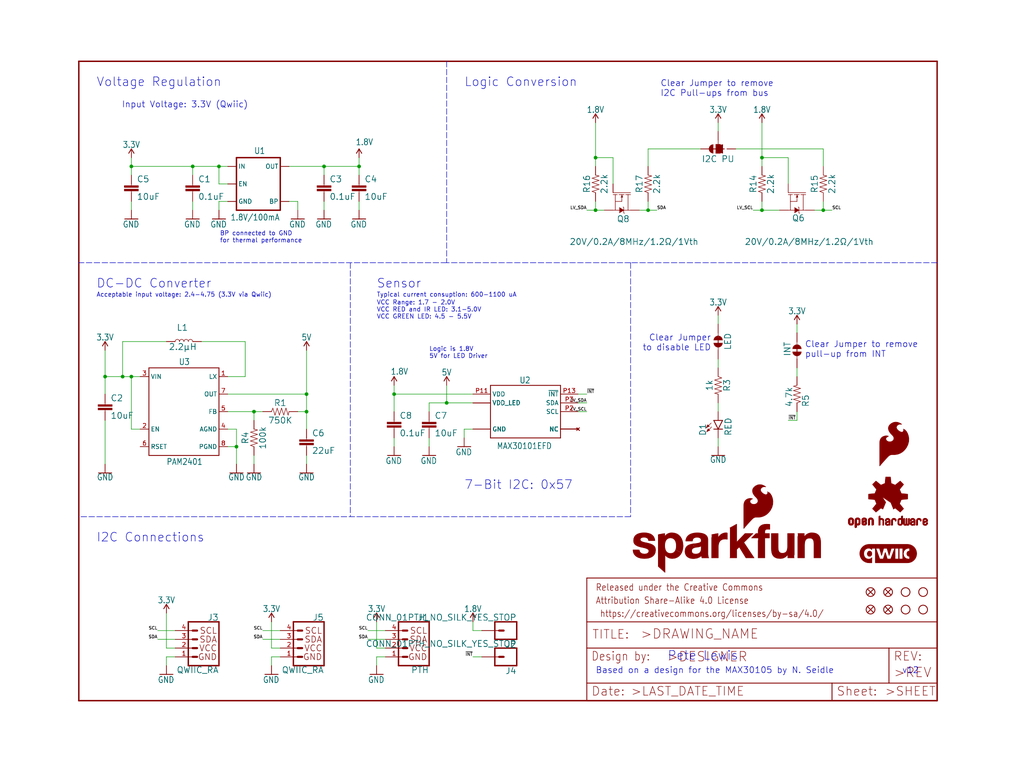
<source format=kicad_sch>
(kicad_sch (version 20211123) (generator eeschema)
  (paper "User" 297.002 223.926)
  (lib_symbols
    (symbol "eagleSchem-eagle-import:0.1UF-0402-16V-10%"
      (property "Reference" "C" (at 1.524 2.921 0))
      (property "Value" "0.1UF-0402-16V-10%" (at 1.524 -2.159 0))
      (symbol "0.1UF-0402-16V-10%_1_0"
        (pin passive line (at 0 5.08 270) (length 2.54) (name "1") (number "1"))
        (pin passive line (at 0 -2.54 90) (length 2.54) (name "2") (number "2"))
      )
    )
    (symbol "eagleSchem-eagle-import:1.8V" (power)
      (property "Value" "1.8V" (at 0 2.794 0))
      (symbol "1.8V_1_0"
        (pin power_in line (at 0 0 90) (length 2.54) (name "1.8V") (number "1"))
      )
    )
    (symbol "eagleSchem-eagle-import:100KOHM-0603-1{slash}10W-1%"
      (property "Reference" "R" (at 0 1.524 0))
      (property "Value" "100KOHM-0603-1{slash}10W-1%" (at 0 -1.524 0))
      (symbol "100KOHM-0603-1{slash}10W-1%_1_0"
        (pin passive line (at -5.08 0 0) (length 2.54) (name "1") (number "1"))
        (pin passive line (at 5.08 0 180) (length 2.54) (name "2") (number "2"))
      )
    )
    (symbol "eagleSchem-eagle-import:10UF-0603-6.3V-20%"
      (property "Reference" "C" (at 1.524 2.921 0))
      (property "Value" "10UF-0603-6.3V-20%" (at 1.524 -2.159 0))
      (symbol "10UF-0603-6.3V-20%_1_0"
        (pin passive line (at 0 5.08 270) (length 2.54) (name "1") (number "1"))
        (pin passive line (at 0 -2.54 90) (length 2.54) (name "2") (number "2"))
      )
    )
    (symbol "eagleSchem-eagle-import:1KOHM-0603-1{slash}10W-1%"
      (property "Reference" "R" (at 0 1.524 0))
      (property "Value" "1KOHM-0603-1{slash}10W-1%" (at 0 -1.524 0))
      (symbol "1KOHM-0603-1{slash}10W-1%_1_0"
        (pin passive line (at -5.08 0 0) (length 2.54) (name "1") (number "1"))
        (pin passive line (at 5.08 0 180) (length 2.54) (name "2") (number "2"))
      )
    )
    (symbol "eagleSchem-eagle-import:2.2KOHM-0603-1{slash}10W-1%"
      (property "Reference" "R" (at 0 1.524 0))
      (property "Value" "2.2KOHM-0603-1{slash}10W-1%" (at 0 -1.524 0))
      (symbol "2.2KOHM-0603-1{slash}10W-1%_1_0"
        (pin passive line (at -5.08 0 0) (length 2.54) (name "1") (number "1"))
        (pin passive line (at 5.08 0 180) (length 2.54) (name "2") (number "2"))
      )
    )
    (symbol "eagleSchem-eagle-import:2.2μH_SHIELDED_INDUCTOR"
      (property "Reference" "L" (at 1.27 2.54 0))
      (property "Value" "2.2μH_SHIELDED_INDUCTOR" (at 1.27 -2.54 0))
      (symbol "2.2μH_SHIELDED_INDUCTOR_1_0"
        (pin passive line (at 0 5.08 270) (length 2.54) (name "1") (number "1"))
        (pin passive line (at 0 -5.08 90) (length 2.54) (name "2") (number "2"))
      )
    )
    (symbol "eagleSchem-eagle-import:22UF-0805-6.3V-20%"
      (property "Reference" "C" (at 1.524 2.921 0))
      (property "Value" "22UF-0805-6.3V-20%" (at 1.524 -2.159 0))
      (symbol "22UF-0805-6.3V-20%_1_0"
        (pin passive line (at 0 5.08 270) (length 2.54) (name "1") (number "1"))
        (pin passive line (at 0 -2.54 90) (length 2.54) (name "2") (number "2"))
      )
    )
    (symbol "eagleSchem-eagle-import:3.3V" (power)
      (property "Value" "3.3V" (at 0 2.794 0))
      (symbol "3.3V_1_0"
        (pin power_in line (at 0 0 90) (length 2.54) (name "3.3V") (number "1"))
      )
    )
    (symbol "eagleSchem-eagle-import:4.7KOHM-0603-1{slash}10W-1%"
      (property "Reference" "R" (at 0 1.524 0))
      (property "Value" "4.7KOHM-0603-1{slash}10W-1%" (at 0 -1.524 0))
      (symbol "4.7KOHM-0603-1{slash}10W-1%_1_0"
        (pin passive line (at -5.08 0 0) (length 2.54) (name "1") (number "1"))
        (pin passive line (at 5.08 0 180) (length 2.54) (name "2") (number "2"))
      )
    )
    (symbol "eagleSchem-eagle-import:5V" (power)
      (property "Value" "5V" (at 0 2.794 0))
      (symbol "5V_1_0"
        (pin power_in line (at 0 0 90) (length 2.54) (name "5V") (number "1"))
      )
    )
    (symbol "eagleSchem-eagle-import:750KOHM-0603-1{slash}10W-1%"
      (property "Reference" "R" (at 0 1.524 0))
      (property "Value" "750KOHM-0603-1{slash}10W-1%" (at 0 -1.524 0))
      (symbol "750KOHM-0603-1{slash}10W-1%_1_0"
        (pin passive line (at -5.08 0 0) (length 2.54) (name "1") (number "1"))
        (pin passive line (at 5.08 0 180) (length 2.54) (name "2") (number "2"))
      )
    )
    (symbol "eagleSchem-eagle-import:CONN_01PTH_NO_SILK_YES_STOP"
      (property "Reference" "J" (at -2.54 3.048 0))
      (property "Value" "CONN_01PTH_NO_SILK_YES_STOP" (at -2.54 -4.826 0))
      (symbol "CONN_01PTH_NO_SILK_YES_STOP_1_0"
        (pin passive line (at 7.62 0 180) (length 5.08) (name "1") (number "1"))
      )
    )
    (symbol "eagleSchem-eagle-import:FIDUCIAL1X2")
    (symbol "eagleSchem-eagle-import:FRAME-LETTER"
      (symbol "FRAME-LETTER_2_0"
        (text " https://creativecommons.org/licenses/by-sa/4.0/" (at 2.54 24.13 0) (effects (font (size 1.9304 1.6408)) (justify left bottom)))
        (text ">DESIGNER" (at 23.114 11.176 0) (effects (font (size 2.7432 2.7432)) (justify left bottom)))
        (text ">DRAWING_NAME" (at 15.494 17.78 0) (effects (font (size 2.7432 2.7432)) (justify left bottom)))
        (text ">LAST_DATE_TIME" (at 12.7 1.27 0) (effects (font (size 2.54 2.54)) (justify left bottom)))
        (text ">REV" (at 88.9 6.604 0) (effects (font (size 2.7432 2.7432)) (justify left bottom)))
        (text ">SHEET" (at 86.36 1.27 0) (effects (font (size 2.54 2.54)) (justify left bottom)))
        (text "Attribution Share-Alike 4.0 License" (at 2.54 27.94 0) (effects (font (size 1.9304 1.6408)) (justify left bottom)))
        (text "Date:" (at 1.27 1.27 0) (effects (font (size 2.54 2.54)) (justify left bottom)))
        (text "Design by:" (at 1.27 11.43 0) (effects (font (size 2.54 2.159)) (justify left bottom)))
        (text "Released under the Creative Commons" (at 2.54 31.75 0) (effects (font (size 1.9304 1.6408)) (justify left bottom)))
        (text "REV:" (at 88.9 11.43 0) (effects (font (size 2.54 2.54)) (justify left bottom)))
        (text "Sheet:" (at 72.39 1.27 0) (effects (font (size 2.54 2.54)) (justify left bottom)))
        (text "TITLE:" (at 1.524 17.78 0) (effects (font (size 2.54 2.54)) (justify left bottom)))
      )
    )
    (symbol "eagleSchem-eagle-import:GND" (power)
      (property "Value" "GND" (at 0 -0.254 0))
      (symbol "GND_1_0"
        (pin power_in line (at 0 2.54 270) (length 2.54) (name "GND") (number "1"))
      )
    )
    (symbol "eagleSchem-eagle-import:I2C_STANDARD_NO_SILK"
      (property "Reference" "J" (at -5.08 7.874 0))
      (property "Value" "I2C_STANDARD_NO_SILK" (at -5.08 -5.334 0))
      (symbol "I2C_STANDARD_NO_SILK_1_0"
        (text "GND" (at -4.572 -2.54 0) (effects (font (size 1.778 1.778)) (justify left)))
        (text "SCL" (at -4.572 5.08 0) (effects (font (size 1.778 1.778)) (justify left)))
        (text "SDA" (at -4.572 2.54 0) (effects (font (size 1.778 1.778)) (justify left)))
        (text "VCC" (at -4.572 0 0) (effects (font (size 1.778 1.778)) (justify left)))
        (pin power_in line (at 7.62 -2.54 180) (length 5.08) (name "1") (number "1"))
        (pin power_in line (at 7.62 0 180) (length 5.08) (name "2") (number "2"))
        (pin passive line (at 7.62 2.54 180) (length 5.08) (name "3") (number "3"))
        (pin passive line (at 7.62 5.08 180) (length 5.08) (name "4") (number "4"))
      )
    )
    (symbol "eagleSchem-eagle-import:JUMPER-SMT_2_NC_TRACE_SILK"
      (property "Reference" "JP" (at -2.54 2.54 0))
      (property "Value" "JUMPER-SMT_2_NC_TRACE_SILK" (at -2.54 -2.54 0))
      (symbol "JUMPER-SMT_2_NC_TRACE_SILK_1_0"
        (pin passive line (at -5.08 0 0) (length 2.54) (name "1") (number "1"))
        (pin passive line (at 5.08 0 180) (length 2.54) (name "2") (number "2"))
      )
    )
    (symbol "eagleSchem-eagle-import:JUMPER-SMT_3_2-NC_TRACE_SILK"
      (property "Reference" "JP" (at 2.54 0.381 0))
      (property "Value" "JUMPER-SMT_3_2-NC_TRACE_SILK" (at 2.54 -0.381 0))
      (symbol "JUMPER-SMT_3_2-NC_TRACE_SILK_1_0"
        (pin passive line (at 0 5.08 270) (length 2.54) (name "1") (number "1"))
        (pin passive line (at -5.08 0 0) (length 2.54) (name "2") (number "2"))
        (pin passive line (at 0 -5.08 90) (length 2.54) (name "3") (number "3"))
      )
    )
    (symbol "eagleSchem-eagle-import:LED-RED0603"
      (property "Reference" "D" (at -3.429 -4.572 90))
      (property "Value" "LED-RED0603" (at 1.905 -4.572 90))
      (symbol "LED-RED0603_1_0"
        (pin passive line (at 0 2.54 270) (length 2.54) (name "A") (number "A"))
        (pin passive line (at 0 -5.08 90) (length 2.54) (name "C") (number "C"))
      )
    )
    (symbol "eagleSchem-eagle-import:MAX30101EFD"
      (property "Reference" "U" (at -10.16 10.16 0))
      (property "Value" "MAX30101EFD" (at -10.16 -12.7 0))
      (symbol "MAX30101EFD_1_0"
        (pin no_connect line (at 15.24 -5.08 180) (length 5.08) (name "NC") (number "P1"))
        (pin power_in line (at -15.24 2.54 0) (length 5.08) (name "VDD_LED") (number "P10"))
        (pin power_in line (at -15.24 5.08 0) (length 5.08) (name "VDD") (number "P11"))
        (pin power_in line (at -15.24 -5.08 0) (length 5.08) (name "GND") (number "P12"))
        (pin bidirectional line (at 15.24 5.08 180) (length 5.08) (name "~{INT}") (number "P13"))
        (pin no_connect line (at 15.24 -5.08 180) (length 5.08) (name "NC") (number "P14"))
        (pin bidirectional line (at 15.24 0 180) (length 5.08) (name "SCL") (number "P2"))
        (pin bidirectional line (at 15.24 2.54 180) (length 5.08) (name "SDA") (number "P3"))
        (pin power_in line (at -15.24 -5.08 0) (length 5.08) (name "GND") (number "P4"))
        (pin no_connect line (at 15.24 -5.08 180) (length 5.08) (name "NC") (number "P5"))
        (pin no_connect line (at 15.24 -5.08 180) (length 5.08) (name "NC") (number "P6"))
        (pin no_connect line (at 15.24 -5.08 180) (length 5.08) (name "NC") (number "P7"))
        (pin no_connect line (at 15.24 -5.08 180) (length 5.08) (name "NC") (number "P8"))
        (pin power_in line (at -15.24 2.54 0) (length 5.08) (name "VDD_LED") (number "P9"))
      )
    )
    (symbol "eagleSchem-eagle-import:MOSFET-NCH-RE1C00UNTL"
      (property "Reference" "Q" (at 5.08 0 0))
      (property "Value" "MOSFET-NCH-RE1C00UNTL" (at 5.08 -2.54 0))
      (symbol "MOSFET-NCH-RE1C00UNTL_1_0"
        (pin bidirectional line (at -5.08 -2.54 0) (length 2.54) (name "G") (number "1"))
        (pin bidirectional line (at 2.54 -5.08 90) (length 2.54) (name "S") (number "2"))
        (pin bidirectional line (at 2.54 5.08 270) (length 2.54) (name "D") (number "3"))
      )
    )
    (symbol "eagleSchem-eagle-import:OSHW-LOGOS")
    (symbol "eagleSchem-eagle-import:PAM2401"
      (property "Reference" "U" (at -5.08 14.224 0))
      (property "Value" "PAM2401" (at -4.826 -16.002 0))
      (symbol "PAM2401_1_0"
        (pin bidirectional line (at 12.7 10.16 180) (length 2.54) (name "LX") (number "1"))
        (pin bidirectional line (at -12.7 -5.08 0) (length 2.54) (name "EN") (number "2"))
        (pin bidirectional line (at -12.7 10.16 0) (length 2.54) (name "VIN") (number "3"))
        (pin bidirectional line (at 12.7 -5.08 180) (length 2.54) (name "AGND") (number "4"))
        (pin bidirectional line (at 12.7 0 180) (length 2.54) (name "FB") (number "5"))
        (pin bidirectional line (at -12.7 -10.16 0) (length 2.54) (name "RSET") (number "6"))
        (pin bidirectional line (at 12.7 5.08 180) (length 2.54) (name "OUT") (number "7"))
        (pin bidirectional line (at 12.7 -10.16 180) (length 2.54) (name "PGND") (number "8"))
      )
    )
    (symbol "eagleSchem-eagle-import:QWIIC_CONNECTORJS-1MM"
      (property "Reference" "J" (at -5.08 7.874 0))
      (property "Value" "QWIIC_CONNECTORJS-1MM" (at -5.08 -5.334 0))
      (symbol "QWIIC_CONNECTORJS-1MM_1_0"
        (text "GND" (at -4.572 -2.54 0) (effects (font (size 1.778 1.778)) (justify left)))
        (text "SCL" (at -4.572 5.08 0) (effects (font (size 1.778 1.778)) (justify left)))
        (text "SDA" (at -4.572 2.54 0) (effects (font (size 1.778 1.778)) (justify left)))
        (text "VCC" (at -4.572 0 0) (effects (font (size 1.778 1.778)) (justify left)))
        (pin power_in line (at 7.62 -2.54 180) (length 5.08) (name "1") (number "1"))
        (pin power_in line (at 7.62 0 180) (length 5.08) (name "2") (number "2"))
        (pin passive line (at 7.62 2.54 180) (length 5.08) (name "3") (number "3"))
        (pin passive line (at 7.62 5.08 180) (length 5.08) (name "4") (number "4"))
      )
    )
    (symbol "eagleSchem-eagle-import:QWIIC_LOGO_5MM")
    (symbol "eagleSchem-eagle-import:SFE_LOGO_FLAME.1_INCH")
    (symbol "eagleSchem-eagle-import:SFE_LOGO_NAME_FLAME.1_INCH")
    (symbol "eagleSchem-eagle-import:STAND-OFF")
    (symbol "eagleSchem-eagle-import:V_REG_SP62141.8V"
      (property "Value" "V_REG_SP62141.8V" (at -7.62 -11.43 0))
      (symbol "V_REG_SP62141.8V_1_0"
        (pin input line (at -10.16 5.08 0) (length 2.54) (name "IN") (number "1"))
        (pin input line (at -10.16 -5.08 0) (length 2.54) (name "GND") (number "2"))
        (pin input line (at -10.16 0 0) (length 2.54) (name "EN") (number "3"))
        (pin input line (at 7.62 -5.08 180) (length 2.54) (name "BP") (number "4"))
        (pin passive line (at 7.62 5.08 180) (length 2.54) (name "OUT") (number "5"))
      )
    )
  )
  (junction (at 172.72 45.72))
  (junction (at 88.9 114.3))
  (junction (at 35.56 109.22))
  (junction (at 238.76 60.96))
  (junction (at 220.98 60.96))
  (junction (at 172.72 60.96))
  (junction (at 129.54 116.84))
  (junction (at 38.1 109.22))
  (junction (at 73.66 119.38))
  (junction (at 93.98 48.26))
  (junction (at 187.96 60.96))
  (junction (at 38.1 48.26))
  (junction (at 55.88 48.26))
  (junction (at 220.98 45.72))
  (junction (at 68.58 129.54))
  (junction (at 104.14 48.26))
  (junction (at 63.5 48.26))
  (junction (at 114.3 114.3))
  (junction (at 88.9 119.38))
  (junction (at 30.48 109.22))
  (wire (pts (xy 66.04 53.34) (xy 63.5 53.34)))
  (wire (pts (xy 71.12 109.22) (xy 71.12 99.06)))
  (wire (pts (xy 111.76 182.88) (xy 106.68 182.88)))
  (wire (pts (xy 167.64 114.3) (xy 170.18 114.3)))
  (wire (pts (xy 172.72 60.96) (xy 175.26 60.96)))
  (wire (pts (xy 66.04 109.22) (xy 71.12 109.22)))
  (wire (pts (xy 208.28 91.44) (xy 208.28 93.98)))
  (wire (pts (xy 167.64 119.38) (xy 170.18 119.38)))
  (wire (pts (xy 187.96 60.96) (xy 190.5 60.96)))
  (polyline (pts (xy 182.88 76.2) (xy 182.88 149.86)))
  (wire (pts (xy 137.16 180.34) (xy 137.16 182.88)))
  (wire (pts (xy 38.1 50.8) (xy 38.1 48.26)))
  (wire (pts (xy 114.3 114.3) (xy 114.3 111.76)))
  (wire (pts (xy 68.58 129.54) (xy 68.58 134.62)))
  (wire (pts (xy 35.56 99.06) (xy 35.56 109.22)))
  (wire (pts (xy 170.18 60.96) (xy 172.72 60.96)))
  (wire (pts (xy 208.28 104.14) (xy 208.28 106.68)))
  (wire (pts (xy 88.9 114.3) (xy 88.9 101.6)))
  (wire (pts (xy 218.44 60.96) (xy 220.98 60.96)))
  (wire (pts (xy 129.54 116.84) (xy 124.46 116.84)))
  (wire (pts (xy 38.1 48.26) (xy 55.88 48.26)))
  (wire (pts (xy 238.76 58.42) (xy 238.76 60.96)))
  (wire (pts (xy 114.3 129.54) (xy 114.3 127)))
  (wire (pts (xy 48.26 177.8) (xy 48.26 187.96)))
  (wire (pts (xy 73.66 132.08) (xy 73.66 134.62)))
  (wire (pts (xy 109.22 180.34) (xy 109.22 187.96)))
  (wire (pts (xy 220.98 35.56) (xy 220.98 45.72)))
  (wire (pts (xy 172.72 48.26) (xy 172.72 45.72)))
  (wire (pts (xy 30.48 109.22) (xy 30.48 101.6)))
  (wire (pts (xy 66.04 124.46) (xy 68.58 124.46)))
  (wire (pts (xy 63.5 58.42) (xy 63.5 60.96)))
  (wire (pts (xy 66.04 58.42) (xy 63.5 58.42)))
  (wire (pts (xy 109.22 187.96) (xy 111.76 187.96)))
  (wire (pts (xy 38.1 124.46) (xy 38.1 109.22)))
  (wire (pts (xy 185.42 60.96) (xy 187.96 60.96)))
  (wire (pts (xy 48.26 187.96) (xy 50.8 187.96)))
  (wire (pts (xy 208.28 127) (xy 208.28 129.54)))
  (wire (pts (xy 66.04 119.38) (xy 73.66 119.38)))
  (wire (pts (xy 88.9 124.46) (xy 88.9 119.38)))
  (wire (pts (xy 30.48 114.3) (xy 30.48 109.22)))
  (wire (pts (xy 78.74 187.96) (xy 81.28 187.96)))
  (wire (pts (xy 187.96 43.18) (xy 203.2 43.18)))
  (wire (pts (xy 48.26 193.04) (xy 48.26 190.5)))
  (polyline (pts (xy 182.88 149.86) (xy 22.86 149.86)))
  (wire (pts (xy 213.36 43.18) (xy 238.76 43.18)))
  (wire (pts (xy 38.1 45.72) (xy 38.1 48.26)))
  (wire (pts (xy 104.14 50.8) (xy 104.14 48.26)))
  (wire (pts (xy 208.28 116.84) (xy 208.28 119.38)))
  (wire (pts (xy 187.96 58.42) (xy 187.96 60.96)))
  (wire (pts (xy 78.74 180.34) (xy 78.74 187.96)))
  (wire (pts (xy 238.76 43.18) (xy 238.76 48.26)))
  (wire (pts (xy 104.14 48.26) (xy 104.14 45.72)))
  (wire (pts (xy 109.22 190.5) (xy 111.76 190.5)))
  (polyline (pts (xy 129.54 76.2) (xy 22.86 76.2)))
  (wire (pts (xy 35.56 109.22) (xy 30.48 109.22)))
  (wire (pts (xy 63.5 53.34) (xy 63.5 48.26)))
  (wire (pts (xy 187.96 48.26) (xy 187.96 43.18)))
  (wire (pts (xy 86.36 119.38) (xy 88.9 119.38)))
  (wire (pts (xy 172.72 58.42) (xy 172.72 60.96)))
  (wire (pts (xy 71.12 99.06) (xy 58.42 99.06)))
  (wire (pts (xy 66.04 114.3) (xy 88.9 114.3)))
  (wire (pts (xy 76.2 182.88) (xy 81.28 182.88)))
  (wire (pts (xy 104.14 60.96) (xy 104.14 58.42)))
  (wire (pts (xy 220.98 48.26) (xy 220.98 45.72)))
  (wire (pts (xy 109.22 193.04) (xy 109.22 190.5)))
  (wire (pts (xy 231.14 121.92) (xy 228.6 121.92)))
  (wire (pts (xy 124.46 116.84) (xy 124.46 119.38)))
  (wire (pts (xy 76.2 119.38) (xy 73.66 119.38)))
  (wire (pts (xy 228.6 53.34) (xy 228.6 45.72)))
  (wire (pts (xy 83.82 58.42) (xy 86.36 58.42)))
  (wire (pts (xy 134.62 124.46) (xy 137.16 124.46)))
  (wire (pts (xy 220.98 60.96) (xy 226.06 60.96)))
  (wire (pts (xy 55.88 48.26) (xy 63.5 48.26)))
  (wire (pts (xy 40.64 124.46) (xy 38.1 124.46)))
  (wire (pts (xy 48.26 99.06) (xy 35.56 99.06)))
  (wire (pts (xy 86.36 58.42) (xy 86.36 60.96)))
  (wire (pts (xy 167.64 116.84) (xy 170.18 116.84)))
  (wire (pts (xy 177.8 53.34) (xy 177.8 45.72)))
  (wire (pts (xy 30.48 121.92) (xy 30.48 134.62)))
  (wire (pts (xy 88.9 119.38) (xy 88.9 114.3)))
  (wire (pts (xy 68.58 124.46) (xy 68.58 129.54)))
  (wire (pts (xy 50.8 185.42) (xy 45.72 185.42)))
  (wire (pts (xy 208.28 35.56) (xy 208.28 38.1)))
  (polyline (pts (xy 182.88 76.2) (xy 129.54 76.2)))
  (polyline (pts (xy 101.6 76.2) (xy 101.6 149.86)))
  (polyline (pts (xy 271.78 76.2) (xy 182.88 76.2)))
  (wire (pts (xy 48.26 190.5) (xy 50.8 190.5)))
  (wire (pts (xy 78.74 190.5) (xy 81.28 190.5)))
  (wire (pts (xy 172.72 35.56) (xy 172.72 45.72)))
  (wire (pts (xy 45.72 182.88) (xy 50.8 182.88)))
  (wire (pts (xy 40.64 109.22) (xy 38.1 109.22)))
  (wire (pts (xy 124.46 129.54) (xy 124.46 127)))
  (wire (pts (xy 139.7 190.5) (xy 137.16 190.5)))
  (wire (pts (xy 83.82 48.26) (xy 93.98 48.26)))
  (wire (pts (xy 139.7 182.88) (xy 137.16 182.88)))
  (wire (pts (xy 55.88 50.8) (xy 55.88 48.26)))
  (wire (pts (xy 220.98 58.42) (xy 220.98 60.96)))
  (wire (pts (xy 93.98 60.96) (xy 93.98 58.42)))
  (wire (pts (xy 114.3 114.3) (xy 114.3 119.38)))
  (wire (pts (xy 106.68 185.42) (xy 111.76 185.42)))
  (wire (pts (xy 38.1 109.22) (xy 35.56 109.22)))
  (wire (pts (xy 73.66 119.38) (xy 73.66 121.92)))
  (wire (pts (xy 228.6 45.72) (xy 220.98 45.72)))
  (wire (pts (xy 88.9 132.08) (xy 88.9 134.62)))
  (wire (pts (xy 231.14 106.68) (xy 231.14 109.22)))
  (wire (pts (xy 137.16 116.84) (xy 129.54 116.84)))
  (wire (pts (xy 137.16 114.3) (xy 114.3 114.3)))
  (wire (pts (xy 231.14 119.38) (xy 231.14 121.92)))
  (wire (pts (xy 63.5 48.26) (xy 66.04 48.26)))
  (wire (pts (xy 55.88 60.96) (xy 55.88 58.42)))
  (wire (pts (xy 93.98 50.8) (xy 93.98 48.26)))
  (wire (pts (xy 177.8 45.72) (xy 172.72 45.72)))
  (wire (pts (xy 38.1 60.96) (xy 38.1 58.42)))
  (wire (pts (xy 238.76 60.96) (xy 241.3 60.96)))
  (wire (pts (xy 93.98 48.26) (xy 104.14 48.26)))
  (wire (pts (xy 66.04 129.54) (xy 68.58 129.54)))
  (wire (pts (xy 78.74 193.04) (xy 78.74 190.5)))
  (polyline (pts (xy 129.54 17.78) (xy 129.54 76.2)))
  (wire (pts (xy 134.62 124.46) (xy 134.62 127)))
  (wire (pts (xy 236.22 60.96) (xy 238.76 60.96)))
  (wire (pts (xy 231.14 93.98) (xy 231.14 96.52)))
  (wire (pts (xy 76.2 185.42) (xy 81.28 185.42)))
  (wire (pts (xy 129.54 116.84) (xy 129.54 111.76)))
  (text "Input Voltage: 3.3V (Qwiic)" (at 35.306 31.496 180) (effects (font (size 1.778 1.778)) (justify left bottom)))
  (text "Clear Jumper to remove\nI2C Pull-ups from bus" (at 191.516 28.194 180) (effects (font (size 1.778 1.778)) (justify left bottom)))
  (text "Acceptable input voltage: 2.4-4.75 (3.3V via Qwiic)" (at 27.94 86.36 0) (effects (font (size 1.27 1.27)) (justify left bottom)))
  (text "Based on a design for the MAX30105 by N. Seidle" (at 172.72 195.58 180) (effects (font (size 1.778 1.778)) (justify left bottom)))
  (text "BP connected to GND\nfor thermal performance" (at 63.754 70.612 180) (effects (font (size 1.27 1.27)) (justify left bottom)))
  (text "I2C Connections" (at 27.94 157.48 180) (effects (font (size 2.54 2.54)) (justify left bottom)))
  (text "DC-DC Converter" (at 27.94 83.82 180) (effects (font (size 2.54 2.54)) (justify left bottom)))
  (text "Pete Lewis" (at 193.548 191.77 180) (effects (font (size 2.54 2.54)) (justify left bottom)))
  (text "v12" (at 261.62 195.58 180) (effects (font (size 1.778 1.778)) (justify left bottom)))
  (text "Logic is 1.8V\n5V for LED Driver" (at 124.46 104.14 180) (effects (font (size 1.27 1.27)) (justify left bottom)))
  (text "Voltage Regulation" (at 27.94 25.4 180) (effects (font (size 2.54 2.54)) (justify left bottom)))
  (text "Logic Conversion" (at 134.62 25.4 180) (effects (font (size 2.54 2.54)) (justify left bottom)))
  (text "Clear Jumper\nto disable LED" (at 206.248 97.028 180) (effects (font (size 1.778 1.778)) (justify right top)))
  (text "7-Bit I2C: 0x57" (at 134.62 142.24 180) (effects (font (size 2.54 2.54)) (justify left bottom)))
  (text "VCC Range: 1.7 - 2.0V\nVCC RED and IR LED: 3.1-5.0V\nVCC GREEN LED: 4.5 - 5.5V" (at 109.22 92.71 0) (effects (font (size 1.27 1.27)) (justify left bottom)))
  (text "Typical current consuption: 600-1100 uA" (at 109.22 86.36 180) (effects (font (size 1.27 1.27)) (justify left bottom)))
  (text "Sensor" (at 109.22 83.82 180) (effects (font (size 2.54 2.54)) (justify left bottom)))
  (text "Clear Jumper to remove\npull-up from INT" (at 233.426 103.886 180) (effects (font (size 1.778 1.778)) (justify left bottom)))
  (label "SDA" (at 76.2 185.42 180) (effects (font (size 0.889 0.889))))
  (label "SCL" (at 241.3 60.96 0) (effects (font (size 0.889 0.889))))
  (label "SDA" (at 45.72 185.42 180) (effects (font (size 0.889 0.889))))
  (label "SDA" (at 190.5 60.96 0) (effects (font (size 0.889 0.889))))
  (label "LV_SCL" (at 218.44 60.96 180) (effects (font (size 0.889 0.889))))
  (label "~{INT}" (at 170.18 114.3 0) (effects (font (size 0.889 0.889))))
  (label "SCL" (at 45.72 182.88 180) (effects (font (size 0.889 0.889))))
  (label "SCL" (at 76.2 182.88 180) (effects (font (size 0.889 0.889))))
  (label "~{INT}" (at 228.6 121.92 0) (effects (font (size 0.889 0.889))))
  (label "SCL" (at 106.68 182.88 180) (effects (font (size 0.889 0.889))))
  (label "LV_SCL" (at 170.18 119.38 180) (effects (font (size 0.889 0.889))))
  (label "LV_SDA" (at 170.18 60.96 180) (effects (font (size 0.889 0.889))))
  (label "~{INT}" (at 137.16 190.5 180) (effects (font (size 0.889 0.889))))
  (label "SDA" (at 106.68 185.42 180) (effects (font (size 0.889 0.889))))
  (label "LV_SDA" (at 170.18 116.84 180) (effects (font (size 0.889 0.889))))
  (symbol (lib_id "eagleSchem-eagle-import:GND") (at 38.1 63.5 0) (unit 1)
    (property "Reference" "#GND1" (effects hide))
    (property "Value" "GND" (at 35.56 66.04 0) (effects (font (size 1.778 1.5113)) (justify left bottom)))
    (property "Footprint" "eagleSchem:" (effects hide))
  )
  (symbol (lib_id "eagleSchem-eagle-import:10UF-0603-6.3V-20%") (at 124.46 124.46 0) (unit 1)
    (property "Reference" "C7" (at 125.984 121.539 0) (effects (font (size 1.778 1.778)) (justify left bottom)))
    (property "Value" "10uF" (at 125.984 126.619 0) (effects (font (size 1.778 1.778)) (justify left bottom)))
    (property "Footprint" "eagleSchem:0603" (effects hide))
  )
  (symbol (lib_id "eagleSchem-eagle-import:0.1UF-0402-16V-10%") (at 114.3 124.46 0) (unit 1)
    (property "Reference" "C8" (at 115.824 121.539 0) (effects (font (size 1.778 1.778)) (justify left bottom)))
    (property "Value" "0.1uF" (at 115.824 126.619 0) (effects (font (size 1.778 1.778)) (justify left bottom)))
    (property "Footprint" "eagleSchem:0402" (effects hide))
  )
  (symbol (lib_id "eagleSchem-eagle-import:3.3V") (at 109.22 180.34 0) (unit 1)
    (property "Reference" "#SUPPLY11" (effects hide))
    (property "Value" "3.3V" (at 109.22 177.546 0) (effects (font (size 1.778 1.5113)) (justify bottom)))
    (property "Footprint" "eagleSchem:" (effects hide))
  )
  (symbol (lib_id "eagleSchem-eagle-import:I2C_STANDARD_NO_SILK") (at 119.38 187.96 0) (mirror y) (unit 1)
    (property "Reference" "J1" (at 124.46 180.086 0) (effects (font (size 1.778 1.778)) (justify left bottom)))
    (property "Value" "PTH" (at 124.46 193.294 0) (effects (font (size 1.778 1.778)) (justify left top)))
    (property "Footprint" "eagleSchem:1X04_NO_SILK" (effects hide))
  )
  (symbol (lib_id "eagleSchem-eagle-import:5V") (at 129.54 111.76 0) (unit 1)
    (property "Reference" "#SUPPLY15" (effects hide))
    (property "Value" "5V" (at 129.54 108.966 0) (effects (font (size 1.778 1.5113)) (justify bottom)))
    (property "Footprint" "eagleSchem:" (effects hide))
  )
  (symbol (lib_id "eagleSchem-eagle-import:JUMPER-SMT_2_NC_TRACE_SILK") (at 208.28 99.06 90) (unit 1)
    (property "Reference" "JP1" (effects hide))
    (property "Value" "LED" (at 210.058 101.6 0) (effects (font (size 1.778 1.778)) (justify left top)))
    (property "Footprint" "eagleSchem:SMT-JUMPER_2_NC_TRACE_SILK" (effects hide))
  )
  (symbol (lib_id "eagleSchem-eagle-import:SFE_LOGO_FLAME.1_INCH") (at 254.762 135.636 0) (unit 1)
    (property "Reference" "LOGO4" (effects hide))
    (property "Value" "SFE_LOGO_FLAME.1_INCH" (effects hide))
    (property "Footprint" "eagleSchem:SFE_LOGO_FLAME_.1" (effects hide))
  )
  (symbol (lib_id "eagleSchem-eagle-import:CONN_01PTH_NO_SILK_YES_STOP") (at 147.32 190.5 180) (unit 1)
    (property "Reference" "J4" (at 149.86 193.548 0) (effects (font (size 1.778 1.778)) (justify left bottom)))
    (property "Value" "CONN_01PTH_NO_SILK_YES_STOP" (at 149.86 185.674 0) (effects (font (size 1.778 1.778)) (justify left bottom)))
    (property "Footprint" "eagleSchem:1X01_NO_SILK" (effects hide))
  )
  (symbol (lib_id "eagleSchem-eagle-import:QWIIC_LOGO_5MM") (at 257.556 160.528 0) (unit 1)
    (property "Reference" "LOGO3" (effects hide))
    (property "Value" "QWIIC_LOGO_5MM" (effects hide))
    (property "Footprint" "eagleSchem:QWIIC_5MM" (effects hide))
  )
  (symbol (lib_id "eagleSchem-eagle-import:MOSFET-NCH-RE1C00UNTL") (at 231.14 58.42 270) (unit 1)
    (property "Reference" "Q6" (at 229.616 64.262 90) (effects (font (size 1.778 1.778)) (justify left bottom)))
    (property "Value" "20V/0.2A/8MHz/1.2Ω/1Vth" (at 215.9 71.12 90) (effects (font (size 1.778 1.778)) (justify left bottom)))
    (property "Footprint" "eagleSchem:SOT-416FL" (effects hide))
  )
  (symbol (lib_id "eagleSchem-eagle-import:GND") (at 86.36 63.5 0) (unit 1)
    (property "Reference" "#GND8" (effects hide))
    (property "Value" "GND" (at 83.82 66.04 0) (effects (font (size 1.778 1.5113)) (justify left bottom)))
    (property "Footprint" "eagleSchem:" (effects hide))
  )
  (symbol (lib_id "eagleSchem-eagle-import:GND") (at 208.28 132.08 0) (unit 1)
    (property "Reference" "#GND12" (effects hide))
    (property "Value" "GND" (at 208.28 132.334 0) (effects (font (size 1.778 1.5113)) (justify top)))
    (property "Footprint" "eagleSchem:" (effects hide))
  )
  (symbol (lib_id "eagleSchem-eagle-import:GND") (at 104.14 63.5 0) (unit 1)
    (property "Reference" "#GND3" (effects hide))
    (property "Value" "GND" (at 101.6 66.04 0) (effects (font (size 1.778 1.5113)) (justify left bottom)))
    (property "Footprint" "eagleSchem:" (effects hide))
  )
  (symbol (lib_id "eagleSchem-eagle-import:GND") (at 68.58 137.16 0) (unit 1)
    (property "Reference" "#GND13" (effects hide))
    (property "Value" "GND" (at 68.58 137.414 0) (effects (font (size 1.778 1.5113)) (justify top)))
    (property "Footprint" "eagleSchem:" (effects hide))
  )
  (symbol (lib_id "eagleSchem-eagle-import:PAM2401") (at 53.34 119.38 0) (unit 1)
    (property "Reference" "U3" (at 51.816 105.918 0) (effects (font (size 1.778 1.5113)) (justify left bottom)))
    (property "Value" "PAM2401" (at 48.26 134.874 0) (effects (font (size 1.778 1.5113)) (justify left bottom)))
    (property "Footprint" "eagleSchem:MSOP8" (effects hide))
  )
  (symbol (lib_id "eagleSchem-eagle-import:CONN_01PTH_NO_SILK_YES_STOP") (at 147.32 182.88 180) (unit 1)
    (property "Reference" "J2" (at 149.86 185.928 0) (effects (font (size 1.778 1.778)) (justify left bottom)))
    (property "Value" "CONN_01PTH_NO_SILK_YES_STOP" (at 149.86 178.054 0) (effects (font (size 1.778 1.778)) (justify left bottom)))
    (property "Footprint" "eagleSchem:1X01_NO_SILK" (effects hide))
  )
  (symbol (lib_id "eagleSchem-eagle-import:22UF-0805-6.3V-20%") (at 88.9 129.54 0) (unit 1)
    (property "Reference" "C6" (at 90.424 126.619 0) (effects (font (size 1.778 1.778)) (justify left bottom)))
    (property "Value" "22uF" (at 90.424 131.699 0) (effects (font (size 1.778 1.778)) (justify left bottom)))
    (property "Footprint" "eagleSchem:0805" (effects hide))
  )
  (symbol (lib_id "eagleSchem-eagle-import:GND") (at 30.48 137.16 0) (unit 1)
    (property "Reference" "#GND15" (effects hide))
    (property "Value" "GND" (at 30.48 137.414 0) (effects (font (size 1.778 1.5113)) (justify top)))
    (property "Footprint" "eagleSchem:" (effects hide))
  )
  (symbol (lib_id "eagleSchem-eagle-import:1.8V") (at 172.72 35.56 0) (unit 1)
    (property "Reference" "#SUPPLY20" (effects hide))
    (property "Value" "1.8V" (at 172.72 32.766 0) (effects (font (size 1.778 1.5113)) (justify bottom)))
    (property "Footprint" "eagleSchem:" (effects hide))
  )
  (symbol (lib_id "eagleSchem-eagle-import:GND") (at 134.62 129.54 0) (unit 1)
    (property "Reference" "#GND5" (effects hide))
    (property "Value" "GND" (at 132.08 132.08 0) (effects (font (size 1.778 1.5113)) (justify left bottom)))
    (property "Footprint" "eagleSchem:" (effects hide))
  )
  (symbol (lib_id "eagleSchem-eagle-import:1.8V") (at 114.3 111.76 0) (unit 1)
    (property "Reference" "#SUPPLY9" (effects hide))
    (property "Value" "1.8V" (at 113.284 108.712 0) (effects (font (size 1.778 1.5113)) (justify left bottom)))
    (property "Footprint" "eagleSchem:" (effects hide))
  )
  (symbol (lib_id "eagleSchem-eagle-import:STAND-OFF") (at 262.636 176.784 0) (unit 1)
    (property "Reference" "STANDOFF2" (effects hide))
    (property "Value" "STAND-OFF" (effects hide))
    (property "Footprint" "eagleSchem:STAND-OFF" (effects hide))
  )
  (symbol (lib_id "eagleSchem-eagle-import:LED-RED0603") (at 208.28 121.92 0) (unit 1)
    (property "Reference" "D1" (at 204.851 126.492 90) (effects (font (size 1.778 1.778)) (justify left bottom)))
    (property "Value" "RED" (at 210.185 126.492 90) (effects (font (size 1.778 1.778)) (justify left top)))
    (property "Footprint" "eagleSchem:LED-0603" (effects hide))
  )
  (symbol (lib_id "eagleSchem-eagle-import:JUMPER-SMT_3_2-NC_TRACE_SILK") (at 208.28 43.18 90) (mirror x) (unit 1)
    (property "Reference" "JP4" (effects hide))
    (property "Value" "I2C PU" (at 203.454 47.117 90) (effects (font (size 1.778 1.778)) (justify right bottom)))
    (property "Footprint" "eagleSchem:SMT-JUMPER_3_2-NC_TRACE_SILK" (effects hide))
  )
  (symbol (lib_id "eagleSchem-eagle-import:1.8V") (at 220.98 35.56 0) (unit 1)
    (property "Reference" "#SUPPLY18" (effects hide))
    (property "Value" "1.8V" (at 220.98 32.766 0) (effects (font (size 1.778 1.5113)) (justify bottom)))
    (property "Footprint" "eagleSchem:" (effects hide))
  )
  (symbol (lib_id "eagleSchem-eagle-import:FIDUCIAL1X2") (at 257.556 171.704 0) (unit 1)
    (property "Reference" "FID2" (effects hide))
    (property "Value" "FIDUCIAL1X2" (effects hide))
    (property "Footprint" "eagleSchem:FIDUCIAL-1X2" (effects hide))
  )
  (symbol (lib_id "eagleSchem-eagle-import:10UF-0603-6.3V-20%") (at 104.14 55.88 0) (unit 1)
    (property "Reference" "C4" (at 105.664 52.959 0) (effects (font (size 1.778 1.778)) (justify left bottom)))
    (property "Value" "10uF" (at 105.664 58.039 0) (effects (font (size 1.778 1.778)) (justify left bottom)))
    (property "Footprint" "eagleSchem:0603" (effects hide))
  )
  (symbol (lib_id "eagleSchem-eagle-import:STAND-OFF") (at 262.636 171.704 0) (unit 1)
    (property "Reference" "STANDOFF1" (effects hide))
    (property "Value" "STAND-OFF" (effects hide))
    (property "Footprint" "eagleSchem:STAND-OFF" (effects hide))
  )
  (symbol (lib_id "eagleSchem-eagle-import:FIDUCIAL1X2") (at 252.476 176.784 0) (unit 1)
    (property "Reference" "FID3" (effects hide))
    (property "Value" "FIDUCIAL1X2" (effects hide))
    (property "Footprint" "eagleSchem:FIDUCIAL-1X2" (effects hide))
  )
  (symbol (lib_id "eagleSchem-eagle-import:GND") (at 109.22 195.58 0) (unit 1)
    (property "Reference" "#GND10" (effects hide))
    (property "Value" "GND" (at 106.68 198.12 0) (effects (font (size 1.778 1.5113)) (justify left bottom)))
    (property "Footprint" "eagleSchem:" (effects hide))
  )
  (symbol (lib_id "eagleSchem-eagle-import:MOSFET-NCH-RE1C00UNTL") (at 180.34 58.42 270) (unit 1)
    (property "Reference" "Q8" (at 178.816 64.516 90) (effects (font (size 1.778 1.778)) (justify left bottom)))
    (property "Value" "20V/0.2A/8MHz/1.2Ω/1Vth" (at 165.1 71.12 90) (effects (font (size 1.778 1.778)) (justify left bottom)))
    (property "Footprint" "eagleSchem:SOT-416FL" (effects hide))
  )
  (symbol (lib_id "eagleSchem-eagle-import:1KOHM-0603-1{slash}10W-1%") (at 208.28 111.76 270) (unit 1)
    (property "Reference" "R3" (at 209.804 111.76 0) (effects (font (size 1.778 1.778)) (justify bottom)))
    (property "Value" "1k" (at 206.756 111.76 0) (effects (font (size 1.778 1.778)) (justify top)))
    (property "Footprint" "eagleSchem:0603" (effects hide))
  )
  (symbol (lib_id "eagleSchem-eagle-import:4.7KOHM-0603-1{slash}10W-1%") (at 231.14 114.3 270) (mirror x) (unit 1)
    (property "Reference" "R5" (at 232.6386 118.11 0) (effects (font (size 1.778 1.778)) (justify left bottom)))
    (property "Value" "4.7k" (at 227.838 118.11 0) (effects (font (size 1.778 1.778)) (justify left bottom)))
    (property "Footprint" "eagleSchem:0603" (effects hide))
  )
  (symbol (lib_id "eagleSchem-eagle-import:SFE_LOGO_NAME_FLAME.1_INCH") (at 182.88 166.37 0) (unit 1)
    (property "Reference" "LOGO1" (effects hide))
    (property "Value" "SFE_LOGO_NAME_FLAME.1_INCH" (effects hide))
    (property "Footprint" "eagleSchem:SFE_LOGO_NAME_FLAME_.1" (effects hide))
  )
  (symbol (lib_id "eagleSchem-eagle-import:2.2μH_SHIELDED_INDUCTOR") (at 53.34 99.06 90) (unit 1)
    (property "Reference" "L1" (at 54.61 93.98 90) (effects (font (size 1.778 1.778)) (justify left bottom)))
    (property "Value" "2.2μH" (at 57.15 101.6 90) (effects (font (size 1.778 1.778)) (justify left top)))
    (property "Footprint" "eagleSchem:0806" (effects hide))
  )
  (symbol (lib_id "eagleSchem-eagle-import:FIDUCIAL1X2") (at 252.476 171.704 0) (unit 1)
    (property "Reference" "FID4" (effects hide))
    (property "Value" "FIDUCIAL1X2" (effects hide))
    (property "Footprint" "eagleSchem:FIDUCIAL-1X2" (effects hide))
  )
  (symbol (lib_id "eagleSchem-eagle-import:3.3V") (at 48.26 177.8 0) (unit 1)
    (property "Reference" "#SUPPLY12" (effects hide))
    (property "Value" "3.3V" (at 48.26 175.006 0) (effects (font (size 1.778 1.5113)) (justify bottom)))
    (property "Footprint" "eagleSchem:" (effects hide))
  )
  (symbol (lib_id "eagleSchem-eagle-import:10UF-0603-6.3V-20%") (at 38.1 55.88 0) (unit 1)
    (property "Reference" "C5" (at 39.624 52.959 0) (effects (font (size 1.778 1.778)) (justify left bottom)))
    (property "Value" "10uF" (at 39.624 58.039 0) (effects (font (size 1.778 1.778)) (justify left bottom)))
    (property "Footprint" "eagleSchem:0603" (effects hide))
  )
  (symbol (lib_id "eagleSchem-eagle-import:GND") (at 114.3 132.08 0) (unit 1)
    (property "Reference" "#GND17" (effects hide))
    (property "Value" "GND" (at 111.76 134.62 0) (effects (font (size 1.778 1.5113)) (justify left bottom)))
    (property "Footprint" "eagleSchem:" (effects hide))
  )
  (symbol (lib_id "eagleSchem-eagle-import:3.3V") (at 231.14 93.98 0) (unit 1)
    (property "Reference" "#SUPPLY1" (effects hide))
    (property "Value" "3.3V" (at 231.14 91.186 0) (effects (font (size 1.778 1.5113)) (justify bottom)))
    (property "Footprint" "eagleSchem:" (effects hide))
  )
  (symbol (lib_id "eagleSchem-eagle-import:10UF-0603-6.3V-20%") (at 30.48 119.38 0) (unit 1)
    (property "Reference" "C2" (at 32.004 116.459 0) (effects (font (size 1.778 1.778)) (justify left bottom)))
    (property "Value" "10uF" (at 32.004 121.539 0) (effects (font (size 1.778 1.778)) (justify left bottom)))
    (property "Footprint" "eagleSchem:0603" (effects hide))
  )
  (symbol (lib_id "eagleSchem-eagle-import:STAND-OFF") (at 267.716 176.784 0) (unit 1)
    (property "Reference" "STANDOFF4" (effects hide))
    (property "Value" "STAND-OFF" (effects hide))
    (property "Footprint" "eagleSchem:STAND-OFF" (effects hide))
  )
  (symbol (lib_id "eagleSchem-eagle-import:1.8V") (at 137.16 180.34 0) (unit 1)
    (property "Reference" "#SUPPLY5" (effects hide))
    (property "Value" "1.8V" (at 137.16 177.546 0) (effects (font (size 1.778 1.5113)) (justify bottom)))
    (property "Footprint" "eagleSchem:" (effects hide))
  )
  (symbol (lib_id "eagleSchem-eagle-import:GND") (at 88.9 137.16 0) (unit 1)
    (property "Reference" "#GND16" (effects hide))
    (property "Value" "GND" (at 88.9 137.414 0) (effects (font (size 1.778 1.5113)) (justify top)))
    (property "Footprint" "eagleSchem:" (effects hide))
  )
  (symbol (lib_id "eagleSchem-eagle-import:3.3V") (at 38.1 45.72 0) (unit 1)
    (property "Reference" "#SUPPLY13" (effects hide))
    (property "Value" "3.3V" (at 38.1 42.926 0) (effects (font (size 1.778 1.5113)) (justify bottom)))
    (property "Footprint" "eagleSchem:" (effects hide))
  )
  (symbol (lib_id "eagleSchem-eagle-import:GND") (at 78.74 195.58 0) (unit 1)
    (property "Reference" "#GND9" (effects hide))
    (property "Value" "GND" (at 76.2 198.12 0) (effects (font (size 1.778 1.5113)) (justify left bottom)))
    (property "Footprint" "eagleSchem:" (effects hide))
  )
  (symbol (lib_id "eagleSchem-eagle-import:QWIIC_CONNECTORJS-1MM") (at 58.42 187.96 0) (mirror y) (unit 1)
    (property "Reference" "J3" (at 63.5 180.086 0) (effects (font (size 1.778 1.778)) (justify left bottom)))
    (property "Value" "QWIIC_RA" (at 63.5 193.294 0) (effects (font (size 1.778 1.778)) (justify left top)))
    (property "Footprint" "eagleSchem:JST04_1MM_RA" (effects hide))
  )
  (symbol (lib_id "eagleSchem-eagle-import:JUMPER-SMT_2_NC_TRACE_SILK") (at 231.14 101.6 90) (unit 1)
    (property "Reference" "JP2" (effects hide))
    (property "Value" "INT" (at 229.362 103.378 0) (effects (font (size 1.778 1.778)) (justify left bottom)))
    (property "Footprint" "eagleSchem:SMT-JUMPER_2_NC_TRACE_SILK" (effects hide))
  )
  (symbol (lib_id "eagleSchem-eagle-import:V_REG_SP62141.8V") (at 76.2 53.34 0) (unit 1)
    (property "Reference" "U1" (at 73.66 44.704 0) (effects (font (size 1.778 1.5113)) (justify left bottom)))
    (property "Value" "1.8V/100mA" (at 66.802 64.008 0) (effects (font (size 1.778 1.5113)) (justify left bottom)))
    (property "Footprint" "eagleSchem:SC70" (effects hide))
  )
  (symbol (lib_id "eagleSchem-eagle-import:3.3V") (at 208.28 91.44 0) (unit 1)
    (property "Reference" "#SUPPLY3" (effects hide))
    (property "Value" "3.3V" (at 208.28 88.646 0) (effects (font (size 1.778 1.5113)) (justify bottom)))
    (property "Footprint" "eagleSchem:" (effects hide))
  )
  (symbol (lib_id "eagleSchem-eagle-import:QWIIC_CONNECTORJS-1MM") (at 88.9 187.96 0) (mirror y) (unit 1)
    (property "Reference" "J5" (at 93.98 180.086 0) (effects (font (size 1.778 1.778)) (justify left bottom)))
    (property "Value" "QWIIC_RA" (at 93.98 193.294 0) (effects (font (size 1.778 1.778)) (justify left top)))
    (property "Footprint" "eagleSchem:JST04_1MM_RA" (effects hide))
  )
  (symbol (lib_id "eagleSchem-eagle-import:3.3V") (at 78.74 180.34 0) (unit 1)
    (property "Reference" "#SUPPLY4" (effects hide))
    (property "Value" "3.3V" (at 78.74 177.546 0) (effects (font (size 1.778 1.5113)) (justify bottom)))
    (property "Footprint" "eagleSchem:" (effects hide))
  )
  (symbol (lib_id "eagleSchem-eagle-import:2.2KOHM-0603-1{slash}10W-1%") (at 172.72 53.34 90) (unit 1)
    (property "Reference" "R16" (at 171.196 53.34 0) (effects (font (size 1.778 1.778)) (justify bottom)))
    (property "Value" "2.2k" (at 174.244 53.34 0) (effects (font (size 1.778 1.778)) (justify top)))
    (property "Footprint" "eagleSchem:0603" (effects hide))
  )
  (symbol (lib_id "eagleSchem-eagle-import:FRAME-LETTER") (at 170.18 203.2 0) (unit 2)
    (property "Reference" "FRAME1" (effects hide))
    (property "Value" "FRAME-LETTER" (effects hide))
    (property "Footprint" "eagleSchem:CREATIVE_COMMONS" (effects hide))
  )
  (symbol (lib_id "eagleSchem-eagle-import:0.1UF-0402-16V-10%") (at 55.88 55.88 0) (unit 1)
    (property "Reference" "C1" (at 57.404 52.959 0) (effects (font (size 1.778 1.778)) (justify left bottom)))
    (property "Value" "0.1uF" (at 57.404 58.039 0) (effects (font (size 1.778 1.778)) (justify left bottom)))
    (property "Footprint" "eagleSchem:0402" (effects hide))
  )
  (symbol (lib_id "eagleSchem-eagle-import:100KOHM-0603-1{slash}10W-1%") (at 73.66 127 90) (unit 1)
    (property "Reference" "R4" (at 72.136 127 0) (effects (font (size 1.778 1.778)) (justify bottom)))
    (property "Value" "100k" (at 75.184 127 0) (effects (font (size 1.778 1.778)) (justify top)))
    (property "Footprint" "eagleSchem:0603" (effects hide))
  )
  (symbol (lib_id "eagleSchem-eagle-import:GND") (at 93.98 63.5 0) (unit 1)
    (property "Reference" "#GND4" (effects hide))
    (property "Value" "GND" (at 91.44 66.04 0) (effects (font (size 1.778 1.5113)) (justify left bottom)))
    (property "Footprint" "eagleSchem:" (effects hide))
  )
  (symbol (lib_id "eagleSchem-eagle-import:2.2KOHM-0603-1{slash}10W-1%") (at 238.76 53.34 90) (unit 1)
    (property "Reference" "R15" (at 237.236 53.34 0) (effects (font (size 1.778 1.778)) (justify bottom)))
    (property "Value" "2.2k" (at 240.284 53.34 0) (effects (font (size 1.778 1.778)) (justify top)))
    (property "Footprint" "eagleSchem:0603" (effects hide))
  )
  (symbol (lib_id "eagleSchem-eagle-import:MAX30101EFD") (at 152.4 119.38 0) (unit 1)
    (property "Reference" "U2" (at 150.622 111.252 0) (effects (font (size 1.778 1.5113)) (justify left bottom)))
    (property "Value" "MAX30101EFD" (at 144.018 130.302 0) (effects (font (size 1.778 1.5113)) (justify left bottom)))
    (property "Footprint" "eagleSchem:14_PIN_OESIP" (effects hide))
  )
  (symbol (lib_id "eagleSchem-eagle-import:STAND-OFF") (at 267.716 171.704 0) (unit 1)
    (property "Reference" "STANDOFF3" (effects hide))
    (property "Value" "STAND-OFF" (effects hide))
    (property "Footprint" "eagleSchem:STAND-OFF" (effects hide))
  )
  (symbol (lib_id "eagleSchem-eagle-import:GND") (at 55.88 63.5 0) (unit 1)
    (property "Reference" "#GND7" (effects hide))
    (property "Value" "GND" (at 53.34 66.04 0) (effects (font (size 1.778 1.5113)) (justify left bottom)))
    (property "Footprint" "eagleSchem:" (effects hide))
  )
  (symbol (lib_id "eagleSchem-eagle-import:5V") (at 88.9 101.6 0) (unit 1)
    (property "Reference" "#SUPPLY8" (effects hide))
    (property "Value" "5V" (at 88.9 98.806 0) (effects (font (size 1.778 1.5113)) (justify bottom)))
    (property "Footprint" "eagleSchem:" (effects hide))
  )
  (symbol (lib_id "eagleSchem-eagle-import:2.2KOHM-0603-1{slash}10W-1%") (at 220.98 53.34 90) (unit 1)
    (property "Reference" "R14" (at 219.456 53.34 0) (effects (font (size 1.778 1.778)) (justify bottom)))
    (property "Value" "2.2k" (at 222.504 53.34 0) (effects (font (size 1.778 1.778)) (justify top)))
    (property "Footprint" "eagleSchem:0603" (effects hide))
  )
  (symbol (lib_id "eagleSchem-eagle-import:1.8V") (at 104.14 45.72 0) (unit 1)
    (property "Reference" "#SUPPLY6" (effects hide))
    (property "Value" "1.8V" (at 103.124 42.164 0) (effects (font (size 1.778 1.5113)) (justify left bottom)))
    (property "Footprint" "eagleSchem:" (effects hide))
  )
  (symbol (lib_id "eagleSchem-eagle-import:GND") (at 63.5 63.5 0) (unit 1)
    (property "Reference" "#GND2" (effects hide))
    (property "Value" "GND" (at 60.96 66.04 0) (effects (font (size 1.778 1.5113)) (justify left bottom)))
    (property "Footprint" "eagleSchem:" (effects hide))
  )
  (symbol (lib_id "eagleSchem-eagle-import:GND") (at 124.46 132.08 0) (unit 1)
    (property "Reference" "#GND6" (effects hide))
    (property "Value" "GND" (at 121.92 134.62 0) (effects (font (size 1.778 1.5113)) (justify left bottom)))
    (property "Footprint" "eagleSchem:" (effects hide))
  )
  (symbol (lib_id "eagleSchem-eagle-import:0.1UF-0402-16V-10%") (at 93.98 55.88 0) (unit 1)
    (property "Reference" "C3" (at 95.504 52.959 0) (effects (font (size 1.778 1.778)) (justify left bottom)))
    (property "Value" "0.1uF" (at 95.504 58.039 0) (effects (font (size 1.778 1.778)) (justify left bottom)))
    (property "Footprint" "eagleSchem:0402" (effects hide))
  )
  (symbol (lib_id "eagleSchem-eagle-import:3.3V") (at 30.48 101.6 0) (unit 1)
    (property "Reference" "#SUPPLY7" (effects hide))
    (property "Value" "3.3V" (at 30.48 98.806 0) (effects (font (size 1.778 1.5113)) (justify bottom)))
    (property "Footprint" "eagleSchem:" (effects hide))
  )
  (symbol (lib_id "eagleSchem-eagle-import:GND") (at 73.66 137.16 0) (unit 1)
    (property "Reference" "#GND14" (effects hide))
    (property "Value" "GND" (at 73.66 137.414 0) (effects (font (size 1.778 1.5113)) (justify top)))
    (property "Footprint" "eagleSchem:" (effects hide))
  )
  (symbol (lib_id "eagleSchem-eagle-import:FIDUCIAL1X2") (at 257.556 176.784 0) (unit 1)
    (property "Reference" "FID1" (effects hide))
    (property "Value" "FIDUCIAL1X2" (effects hide))
    (property "Footprint" "eagleSchem:FIDUCIAL-1X2" (effects hide))
  )
  (symbol (lib_id "eagleSchem-eagle-import:GND") (at 48.26 195.58 0) (unit 1)
    (property "Reference" "#GND11" (effects hide))
    (property "Value" "GND" (at 45.72 198.12 0) (effects (font (size 1.778 1.5113)) (justify left bottom)))
    (property "Footprint" "eagleSchem:" (effects hide))
  )
  (symbol (lib_id "eagleSchem-eagle-import:750KOHM-0603-1{slash}10W-1%") (at 81.28 119.38 0) (unit 1)
    (property "Reference" "R1" (at 81.28 117.856 0) (effects (font (size 1.778 1.778)) (justify bottom)))
    (property "Value" "750K" (at 81.28 120.904 0) (effects (font (size 1.778 1.778)) (justify top)))
    (property "Footprint" "eagleSchem:0603" (effects hide))
  )
  (symbol (lib_id "eagleSchem-eagle-import:3.3V") (at 208.28 35.56 0) (unit 1)
    (property "Reference" "#SUPPLY14" (effects hide))
    (property "Value" "3.3V" (at 208.28 32.766 0) (effects (font (size 1.778 1.5113)) (justify bottom)))
    (property "Footprint" "eagleSchem:" (effects hide))
  )
  (symbol (lib_id "eagleSchem-eagle-import:FRAME-LETTER") (at 22.86 203.2 0) (unit 1)
    (property "Reference" "FRAME1" (effects hide))
    (property "Value" "FRAME-LETTER" (effects hide))
    (property "Footprint" "eagleSchem:CREATIVE_COMMONS" (effects hide))
  )
  (symbol (lib_id "eagleSchem-eagle-import:2.2KOHM-0603-1{slash}10W-1%") (at 187.96 53.34 90) (unit 1)
    (property "Reference" "R17" (at 186.436 53.34 0) (effects (font (size 1.778 1.778)) (justify bottom)))
    (property "Value" "2.2k" (at 189.484 53.34 0) (effects (font (size 1.778 1.778)) (justify top)))
    (property "Footprint" "eagleSchem:0603" (effects hide))
  )
  (symbol (lib_id "eagleSchem-eagle-import:OSHW-LOGOS") (at 257.556 144.018 0) (unit 1)
    (property "Reference" "LOGO2" (effects hide))
    (property "Value" "OSHW-LOGOS" (effects hide))
    (property "Footprint" "eagleSchem:OSHW-LOGO-S" (effects hide))
  )
)
</source>
